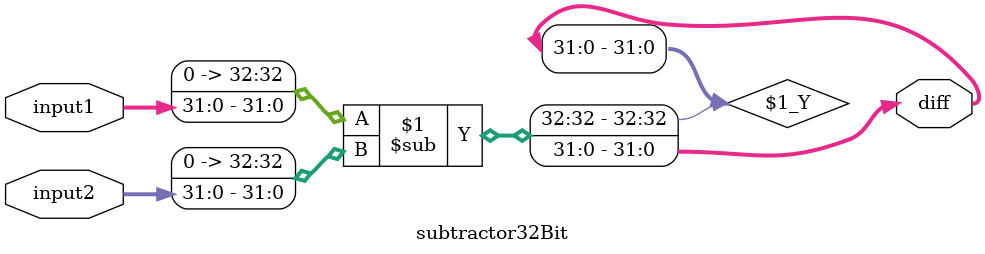
<source format=v>

module subtractor32Bit(diff, input1, input2);

parameter N = 32;

input [N-1:0] input1, input2;

output [N-1:0] diff;

assign diff [N-1:0] = {1'b0,input1} - {1'b0,input2};

endmodule

</source>
